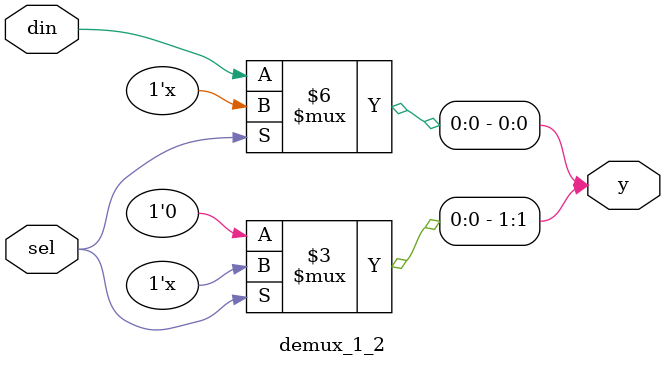
<source format=v>
module demux_1_2(input din, input sel, output reg [1:0]y);

//Gate level modelling

/*
assign y[0]=~sel&din;
assign y[1]=sel&din;
*/

// Behavioural modelling - using if statement

/*
always @(*) 
begin
if(sel == 0)
begin
y[0]=din;
y[1]=1'b0;
end

if(sel == 1)
begin
y[0]=1'b0;
y[1]=din;
end
end
*/

// Behavioural modelling - case statement

always @(*)
begin
case(sel)
1'b0:begin
	y[0]=din;
	y[1]=1'b0;
	end

1'b0:begin
	y[0]=1'b0;
	y[1]=din;
	end
endcase

end

endmodule

</source>
